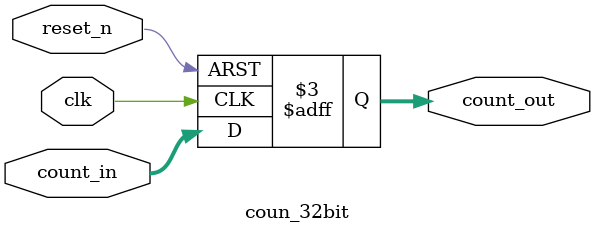
<source format=sv>
module coun_32bit(
    input clk,reset_n,
    input [31:0] count_in,
    output logic [31:0]count_out
);

//logic [31:0] count;

always @(posedge clk or negedge reset_n) begin
    if (!reset_n) begin
        count_out <= 32'd0 ;
    end else begin
        count_out <= count_in;
    end
end

//assign count_out = count;

endmodule
</source>
